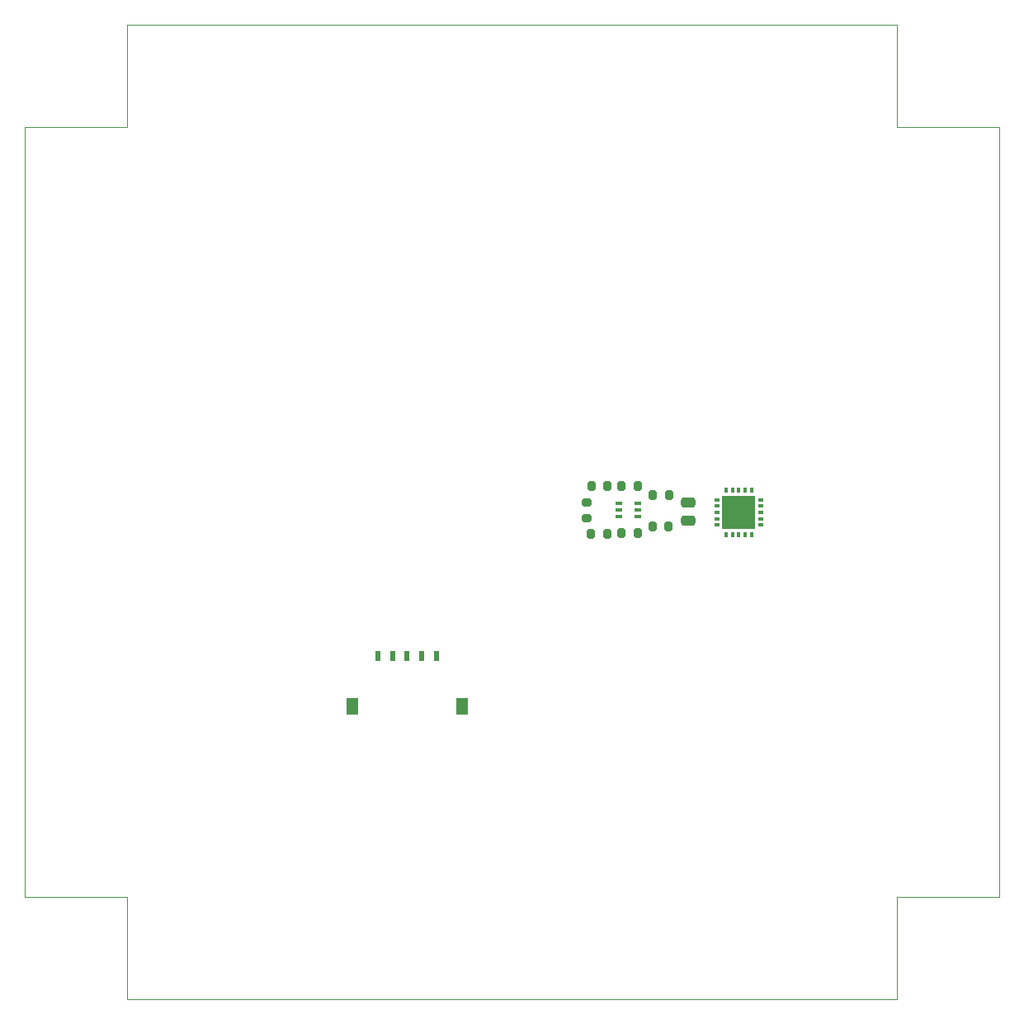
<source format=gbr>
%TF.GenerationSoftware,KiCad,Pcbnew,(6.0.9)*%
%TF.CreationDate,2023-01-30T21:02:38-08:00*%
%TF.ProjectId,solar-panel-side-Z,736f6c61-722d-4706-916e-656c2d736964,2.0*%
%TF.SameCoordinates,Original*%
%TF.FileFunction,Paste,Bot*%
%TF.FilePolarity,Positive*%
%FSLAX46Y46*%
G04 Gerber Fmt 4.6, Leading zero omitted, Abs format (unit mm)*
G04 Created by KiCad (PCBNEW (6.0.9)) date 2023-01-30 21:02:38*
%MOMM*%
%LPD*%
G01*
G04 APERTURE LIST*
G04 Aperture macros list*
%AMRoundRect*
0 Rectangle with rounded corners*
0 $1 Rounding radius*
0 $2 $3 $4 $5 $6 $7 $8 $9 X,Y pos of 4 corners*
0 Add a 4 corners polygon primitive as box body*
4,1,4,$2,$3,$4,$5,$6,$7,$8,$9,$2,$3,0*
0 Add four circle primitives for the rounded corners*
1,1,$1+$1,$2,$3*
1,1,$1+$1,$4,$5*
1,1,$1+$1,$6,$7*
1,1,$1+$1,$8,$9*
0 Add four rect primitives between the rounded corners*
20,1,$1+$1,$2,$3,$4,$5,0*
20,1,$1+$1,$4,$5,$6,$7,0*
20,1,$1+$1,$6,$7,$8,$9,0*
20,1,$1+$1,$8,$9,$2,$3,0*%
%AMFreePoly0*
4,1,5,0.190000,-0.275000,-0.190000,-0.275000,-0.190000,0.275000,0.190000,0.275000,0.190000,-0.275000,0.190000,-0.275000,$1*%
%AMFreePoly1*
4,1,5,1.660000,-1.660000,-1.660000,-1.660000,-1.660000,1.660000,1.660000,1.660000,1.660000,-1.660000,1.660000,-1.660000,$1*%
G04 Aperture macros list end*
%TA.AperFunction,Profile*%
%ADD10C,0.050000*%
%TD*%
%ADD11R,0.600000X1.000000*%
%ADD12R,1.250000X1.800000*%
%ADD13RoundRect,0.200000X-0.200000X-0.275000X0.200000X-0.275000X0.200000X0.275000X-0.200000X0.275000X0*%
%ADD14RoundRect,0.200000X0.200000X0.275000X-0.200000X0.275000X-0.200000X-0.275000X0.200000X-0.275000X0*%
%ADD15R,0.650000X0.400000*%
%ADD16RoundRect,0.200000X0.275000X-0.200000X0.275000X0.200000X-0.275000X0.200000X-0.275000X-0.200000X0*%
%ADD17RoundRect,0.250000X-0.475000X0.250000X-0.475000X-0.250000X0.475000X-0.250000X0.475000X0.250000X0*%
%ADD18FreePoly0,270.000000*%
%ADD19FreePoly0,180.000000*%
%ADD20FreePoly0,0.000000*%
%ADD21FreePoly1,0.000000*%
G04 APERTURE END LIST*
D10*
X99500000Y-45500000D02*
X110000000Y-45500000D01*
X189000000Y-135000000D02*
X110000000Y-135000000D01*
X199500000Y-124500000D02*
X189000000Y-124500000D01*
X189000000Y-45500000D02*
X199500000Y-45500000D01*
X99500000Y-124500000D02*
X99500000Y-45500000D01*
X110000000Y-135000000D02*
X110000000Y-124500000D01*
X110000000Y-35000000D02*
X189000000Y-35000000D01*
X110000000Y-124500000D02*
X99500000Y-124500000D01*
X199500000Y-45500000D02*
X199500000Y-124500000D01*
X189000000Y-35000000D02*
X189000000Y-45500000D01*
X110000000Y-45500000D02*
X110000000Y-35000000D01*
X189000000Y-124500000D02*
X189000000Y-135000000D01*
D11*
%TO.C,J1*%
X141750000Y-99750000D03*
X140250000Y-99750000D03*
X138750001Y-99750000D03*
X137249999Y-99750000D03*
X135749999Y-99750000D03*
D12*
X144354999Y-104940000D03*
X133145001Y-104940000D03*
%TD*%
D13*
%TO.C,R4*%
X163939922Y-86470000D03*
X165589922Y-86470000D03*
%TD*%
D14*
%TO.C,R5*%
X165629922Y-83250000D03*
X163979922Y-83250000D03*
%TD*%
D15*
%TO.C,D1*%
X160489922Y-85430000D03*
X160489922Y-84780000D03*
X160489922Y-84130000D03*
X162389922Y-84130000D03*
X162389922Y-84780000D03*
X162389922Y-85430000D03*
%TD*%
D16*
%TO.C,R6*%
X157169922Y-85630000D03*
X157169922Y-83980000D03*
%TD*%
D17*
%TO.C,C6*%
X167559922Y-83980000D03*
X167559922Y-85880000D03*
%TD*%
D14*
%TO.C,R1*%
X162379922Y-87190000D03*
X160729922Y-87190000D03*
%TD*%
D13*
%TO.C,FB1*%
X157599922Y-87210000D03*
X159249922Y-87210000D03*
%TD*%
D18*
%TO.C,U4*%
X170520000Y-86330000D03*
X170520000Y-85680000D03*
X170520000Y-85030000D03*
X170520000Y-84380000D03*
X170520000Y-83730000D03*
D19*
X171470000Y-82780000D03*
X172120000Y-82780000D03*
X172770000Y-82780000D03*
X173420000Y-82780000D03*
X174070000Y-82780000D03*
D18*
X175020000Y-83730000D03*
X175020000Y-84380000D03*
X175020000Y-85030000D03*
X175020000Y-85680000D03*
X175020000Y-86330000D03*
D20*
X174070000Y-87280000D03*
X173420000Y-87280000D03*
X172770000Y-87280000D03*
X172120000Y-87280000D03*
X171470000Y-87280000D03*
D21*
X172770000Y-85030000D03*
%TD*%
D13*
%TO.C,R3*%
X160759922Y-82330000D03*
X162409922Y-82330000D03*
%TD*%
%TO.C,FB2*%
X157639922Y-82330000D03*
X159289922Y-82330000D03*
%TD*%
M02*

</source>
